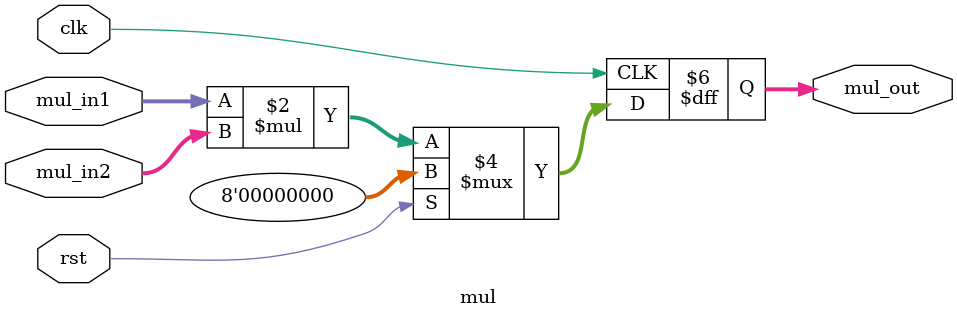
<source format=v>
module top(
  input [3:0] aa,ab,ma,mb,
  input clk, rst,
  output [4:0] aout,
  output [7:0] mout

);
  
  adder adder_inst (aa,ab,clk,rst,aout);
  mul   mul_inst (ma, mb, clk, rst, mout);
  
endmodule

//////////////////////////////////////////4-bit adder
module adder (input [3:0] add_in1,add_in2, 
              input clk, rst,
              output reg [4:0] add_out
             );
  
  always@(posedge clk)
    begin
      if(rst)
        begin
          add_out <= 5'b00000; 
        end
      else
        begin
          add_out <= add_in1 + add_in2;
        end
    end
endmodule

//////////////////////////////////////

module mul (input [3:0] mul_in1,mul_in2, 
              input clk, rst,
            output reg [7:0] mul_out
             );
  
  always@(posedge clk)
    begin
      if(rst)
        begin
          mul_out <= 5'b00000; 
        end
      else
        begin
          mul_out <= mul_in1 * mul_in2;
        end
    end
endmodule


</source>
